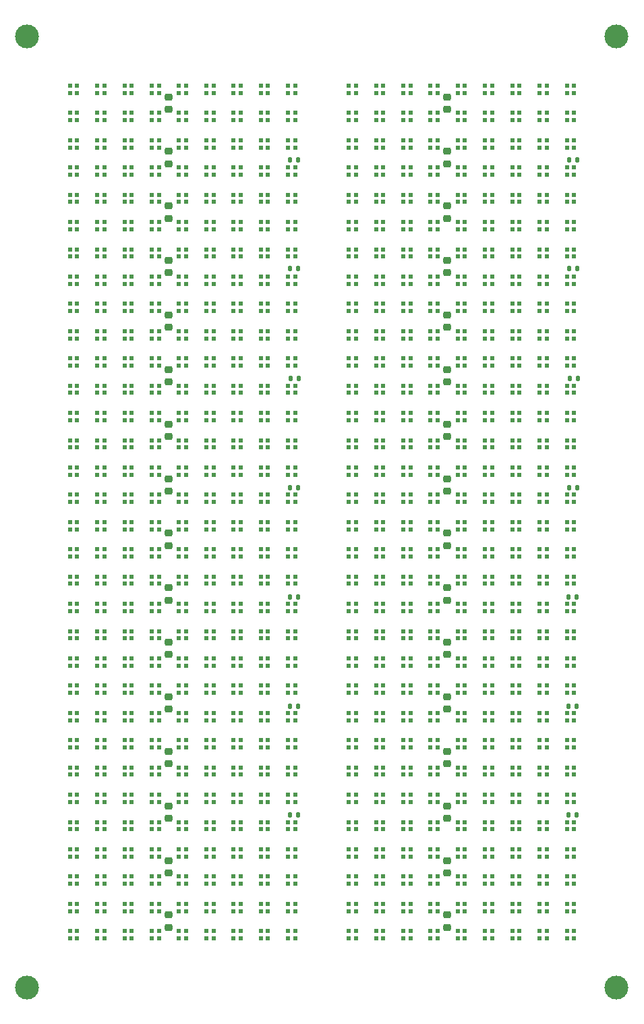
<source format=gtp>
G04 #@! TF.GenerationSoftware,KiCad,Pcbnew,7.0.8*
G04 #@! TF.CreationDate,2023-10-22T17:40:02-04:00*
G04 #@! TF.ProjectId,RGB-Panel,5247422d-5061-46e6-956c-2e6b69636164,V2.6*
G04 #@! TF.SameCoordinates,Original*
G04 #@! TF.FileFunction,Paste,Top*
G04 #@! TF.FilePolarity,Positive*
%FSLAX46Y46*%
G04 Gerber Fmt 4.6, Leading zero omitted, Abs format (unit mm)*
G04 Created by KiCad (PCBNEW 7.0.8) date 2023-10-22 17:40:02*
%MOMM*%
%LPD*%
G01*
G04 APERTURE LIST*
G04 Aperture macros list*
%AMRoundRect*
0 Rectangle with rounded corners*
0 $1 Rounding radius*
0 $2 $3 $4 $5 $6 $7 $8 $9 X,Y pos of 4 corners*
0 Add a 4 corners polygon primitive as box body*
4,1,4,$2,$3,$4,$5,$6,$7,$8,$9,$2,$3,0*
0 Add four circle primitives for the rounded corners*
1,1,$1+$1,$2,$3*
1,1,$1+$1,$4,$5*
1,1,$1+$1,$6,$7*
1,1,$1+$1,$8,$9*
0 Add four rect primitives between the rounded corners*
20,1,$1+$1,$2,$3,$4,$5,0*
20,1,$1+$1,$4,$5,$6,$7,0*
20,1,$1+$1,$6,$7,$8,$9,0*
20,1,$1+$1,$8,$9,$2,$3,0*%
G04 Aperture macros list end*
%ADD10R,0.500000X0.500000*%
%ADD11RoundRect,0.225000X-0.250000X0.225000X-0.250000X-0.225000X0.250000X-0.225000X0.250000X0.225000X0*%
%ADD12C,3.000000*%
%ADD13RoundRect,0.135000X-0.135000X-0.185000X0.135000X-0.185000X0.135000X0.185000X-0.135000X0.185000X0*%
G04 APERTURE END LIST*
D10*
X126373006Y-74592000D03*
X126373006Y-73692000D03*
X125473006Y-73692000D03*
X125473006Y-74592000D03*
X122950006Y-88284000D03*
X122950006Y-87384000D03*
X122050006Y-87384000D03*
X122050006Y-88284000D03*
X91373006Y-122514000D03*
X91373006Y-121614000D03*
X90473006Y-121614000D03*
X90473006Y-122514000D03*
X87950006Y-132783000D03*
X87950006Y-131883000D03*
X87050006Y-131883000D03*
X87050006Y-132783000D03*
D11*
X85717899Y-37438892D03*
X85717899Y-38988892D03*
D12*
X67999997Y-23000000D03*
D10*
X116104006Y-125937000D03*
X116104006Y-125037000D03*
X115204006Y-125037000D03*
X115204006Y-125937000D03*
X91373006Y-84861000D03*
X91373006Y-83961000D03*
X90473006Y-83961000D03*
X90473006Y-84861000D03*
X87950006Y-50631000D03*
X87950006Y-49731000D03*
X87050006Y-49731000D03*
X87050006Y-50631000D03*
X81104006Y-81438000D03*
X81104006Y-80538000D03*
X80204006Y-80538000D03*
X80204006Y-81438000D03*
X112681006Y-84861000D03*
X112681006Y-83961000D03*
X111781006Y-83961000D03*
X111781006Y-84861000D03*
X77681006Y-50631000D03*
X77681006Y-49731000D03*
X76781006Y-49731000D03*
X76781006Y-50631000D03*
X77681006Y-105399000D03*
X77681006Y-104499000D03*
X76781006Y-104499000D03*
X76781006Y-105399000D03*
X91373006Y-101976000D03*
X91373006Y-101076000D03*
X90473006Y-101076000D03*
X90473006Y-101976000D03*
X133219006Y-136206000D03*
X133219006Y-135306000D03*
X132319006Y-135306000D03*
X132319006Y-136206000D03*
X91373006Y-50631000D03*
X91373006Y-49731000D03*
X90473006Y-49731000D03*
X90473006Y-50631000D03*
X101642006Y-119091000D03*
X101642006Y-118191000D03*
X100742006Y-118191000D03*
X100742006Y-119091000D03*
X116104006Y-36939000D03*
X116104006Y-36039000D03*
X115204006Y-36039000D03*
X115204006Y-36939000D03*
X116104006Y-40362000D03*
X116104006Y-39462000D03*
X115204006Y-39462000D03*
X115204006Y-40362000D03*
X98219006Y-78015000D03*
X98219006Y-77115000D03*
X97319006Y-77115000D03*
X97319006Y-78015000D03*
X129796006Y-101976000D03*
X129796006Y-101076000D03*
X128896006Y-101076000D03*
X128896006Y-101976000D03*
D11*
X85717899Y-112744892D03*
X85717899Y-114294892D03*
D10*
X94796006Y-84861000D03*
X94796006Y-83961000D03*
X93896006Y-83961000D03*
X93896006Y-84861000D03*
X133219006Y-129360000D03*
X133219006Y-128460000D03*
X132319006Y-128460000D03*
X132319006Y-129360000D03*
X91373006Y-125937000D03*
X91373006Y-125037000D03*
X90473006Y-125037000D03*
X90473006Y-125937000D03*
X74258006Y-43785000D03*
X74258006Y-42885000D03*
X73358006Y-42885000D03*
X73358006Y-43785000D03*
X94796006Y-36939000D03*
X94796006Y-36039000D03*
X93896006Y-36039000D03*
X93896006Y-36939000D03*
X74258006Y-119091000D03*
X74258006Y-118191000D03*
X73358006Y-118191000D03*
X73358006Y-119091000D03*
X74258006Y-101976000D03*
X74258006Y-101076000D03*
X73358006Y-101076000D03*
X73358006Y-101976000D03*
X126373006Y-112245000D03*
X126373006Y-111345000D03*
X125473006Y-111345000D03*
X125473006Y-112245000D03*
X119527006Y-129360000D03*
X119527006Y-128460000D03*
X118627006Y-128460000D03*
X118627006Y-129360000D03*
X122950006Y-122514000D03*
X122950006Y-121614000D03*
X122050006Y-121614000D03*
X122050006Y-122514000D03*
X77681006Y-91707000D03*
X77681006Y-90807000D03*
X76781006Y-90807000D03*
X76781006Y-91707000D03*
X126373006Y-95130000D03*
X126373006Y-94230000D03*
X125473006Y-94230000D03*
X125473006Y-95130000D03*
X84527006Y-40362000D03*
X84527006Y-39462000D03*
X83627006Y-39462000D03*
X83627006Y-40362000D03*
D11*
X85717899Y-126436892D03*
X85717899Y-127986892D03*
D10*
X136642006Y-125937000D03*
X136642006Y-125037000D03*
X135742006Y-125037000D03*
X135742006Y-125937000D03*
X91373006Y-30093000D03*
X91373006Y-29193000D03*
X90473006Y-29193000D03*
X90473006Y-30093000D03*
X129796006Y-95130000D03*
X129796006Y-94230000D03*
X128896006Y-94230000D03*
X128896006Y-95130000D03*
X136642006Y-132783000D03*
X136642006Y-131883000D03*
X135742006Y-131883000D03*
X135742006Y-132783000D03*
X81104006Y-78015000D03*
X81104006Y-77115000D03*
X80204006Y-77115000D03*
X80204006Y-78015000D03*
X91373006Y-57477000D03*
X91373006Y-56577000D03*
X90473006Y-56577000D03*
X90473006Y-57477000D03*
X133219006Y-50631000D03*
X133219006Y-49731000D03*
X132319006Y-49731000D03*
X132319006Y-50631000D03*
X98219006Y-91707000D03*
X98219006Y-90807000D03*
X97319006Y-90807000D03*
X97319006Y-91707000D03*
X122950006Y-71169000D03*
X122950006Y-70269000D03*
X122050006Y-70269000D03*
X122050006Y-71169000D03*
X122950006Y-115668000D03*
X122950006Y-114768000D03*
X122050006Y-114768000D03*
X122050006Y-115668000D03*
X87950006Y-81438000D03*
X87950006Y-80538000D03*
X87050006Y-80538000D03*
X87050006Y-81438000D03*
X126373006Y-67746000D03*
X126373006Y-66846000D03*
X125473006Y-66846000D03*
X125473006Y-67746000D03*
X74258006Y-88284000D03*
X74258006Y-87384000D03*
X73358006Y-87384000D03*
X73358006Y-88284000D03*
X91373006Y-112245000D03*
X91373006Y-111345000D03*
X90473006Y-111345000D03*
X90473006Y-112245000D03*
X129796006Y-67746000D03*
X129796006Y-66846000D03*
X128896006Y-66846000D03*
X128896006Y-67746000D03*
X74258006Y-47208000D03*
X74258006Y-46308000D03*
X73358006Y-46308000D03*
X73358006Y-47208000D03*
X109258006Y-30093000D03*
X109258006Y-29193000D03*
X108358006Y-29193000D03*
X108358006Y-30093000D03*
X129796006Y-122514000D03*
X129796006Y-121614000D03*
X128896006Y-121614000D03*
X128896006Y-122514000D03*
X112681006Y-81438000D03*
X112681006Y-80538000D03*
X111781006Y-80538000D03*
X111781006Y-81438000D03*
X116104006Y-57477000D03*
X116104006Y-56577000D03*
X115204006Y-56577000D03*
X115204006Y-57477000D03*
X126373006Y-122514000D03*
X126373006Y-121614000D03*
X125473006Y-121614000D03*
X125473006Y-122514000D03*
X119527006Y-84861000D03*
X119527006Y-83961000D03*
X118627006Y-83961000D03*
X118627006Y-84861000D03*
X136642006Y-84861000D03*
X136642006Y-83961000D03*
X135742006Y-83961000D03*
X135742006Y-84861000D03*
X119527006Y-115668000D03*
X119527006Y-114768000D03*
X118627006Y-114768000D03*
X118627006Y-115668000D03*
X84527006Y-95130000D03*
X84527006Y-94230000D03*
X83627006Y-94230000D03*
X83627006Y-95130000D03*
X98219006Y-40362000D03*
X98219006Y-39462000D03*
X97319006Y-39462000D03*
X97319006Y-40362000D03*
D11*
X120717899Y-92206892D03*
X120717899Y-93756892D03*
X85717899Y-71668892D03*
X85717899Y-73218892D03*
D10*
X112681006Y-74592000D03*
X112681006Y-73692000D03*
X111781006Y-73692000D03*
X111781006Y-74592000D03*
X133219006Y-78015000D03*
X133219006Y-77115000D03*
X132319006Y-77115000D03*
X132319006Y-78015000D03*
X122950006Y-95130000D03*
X122950006Y-94230000D03*
X122050006Y-94230000D03*
X122050006Y-95130000D03*
X119527006Y-136206000D03*
X119527006Y-135306000D03*
X118627006Y-135306000D03*
X118627006Y-136206000D03*
D11*
X85717899Y-57976892D03*
X85717899Y-59526892D03*
D10*
X112681006Y-36939000D03*
X112681006Y-36039000D03*
X111781006Y-36039000D03*
X111781006Y-36939000D03*
X98219006Y-33516000D03*
X98219006Y-32616000D03*
X97319006Y-32616000D03*
X97319006Y-33516000D03*
X98219006Y-112245000D03*
X98219006Y-111345000D03*
X97319006Y-111345000D03*
X97319006Y-112245000D03*
X116104006Y-112245000D03*
X116104006Y-111345000D03*
X115204006Y-111345000D03*
X115204006Y-112245000D03*
X94796006Y-129360000D03*
X94796006Y-128460000D03*
X93896006Y-128460000D03*
X93896006Y-129360000D03*
X119527006Y-67746000D03*
X119527006Y-66846000D03*
X118627006Y-66846000D03*
X118627006Y-67746000D03*
X94796006Y-98553000D03*
X94796006Y-97653000D03*
X93896006Y-97653000D03*
X93896006Y-98553000D03*
D11*
X85717899Y-44284892D03*
X85717899Y-45834892D03*
D10*
X94796006Y-67746000D03*
X94796006Y-66846000D03*
X93896006Y-66846000D03*
X93896006Y-67746000D03*
X122950006Y-30093000D03*
X122950006Y-29193000D03*
X122050006Y-29193000D03*
X122050006Y-30093000D03*
X116104006Y-136206000D03*
X116104006Y-135306000D03*
X115204006Y-135306000D03*
X115204006Y-136206000D03*
X136642006Y-64323000D03*
X136642006Y-63423000D03*
X135742006Y-63423000D03*
X135742006Y-64323000D03*
X94796006Y-108822000D03*
X94796006Y-107922000D03*
X93896006Y-107922000D03*
X93896006Y-108822000D03*
X136642006Y-88284000D03*
X136642006Y-87384000D03*
X135742006Y-87384000D03*
X135742006Y-88284000D03*
D11*
X120717899Y-78514892D03*
X120717899Y-80064892D03*
D10*
X91373006Y-60900000D03*
X91373006Y-60000000D03*
X90473006Y-60000000D03*
X90473006Y-60900000D03*
X129796006Y-74592000D03*
X129796006Y-73692000D03*
X128896006Y-73692000D03*
X128896006Y-74592000D03*
X94796006Y-30093000D03*
X94796006Y-29193000D03*
X93896006Y-29193000D03*
X93896006Y-30093000D03*
X133219006Y-101976000D03*
X133219006Y-101076000D03*
X132319006Y-101076000D03*
X132319006Y-101976000D03*
D11*
X120717899Y-105898892D03*
X120717899Y-107448892D03*
D10*
X133219006Y-95130000D03*
X133219006Y-94230000D03*
X132319006Y-94230000D03*
X132319006Y-95130000D03*
X133219006Y-57477000D03*
X133219006Y-56577000D03*
X132319006Y-56577000D03*
X132319006Y-57477000D03*
X109258006Y-84861000D03*
X109258006Y-83961000D03*
X108358006Y-83961000D03*
X108358006Y-84861000D03*
X112681006Y-95130000D03*
X112681006Y-94230000D03*
X111781006Y-94230000D03*
X111781006Y-95130000D03*
X74258006Y-78015000D03*
X74258006Y-77115000D03*
X73358006Y-77115000D03*
X73358006Y-78015000D03*
X77681006Y-129360000D03*
X77681006Y-128460000D03*
X76781006Y-128460000D03*
X76781006Y-129360000D03*
X133219006Y-36939000D03*
X133219006Y-36039000D03*
X132319006Y-36039000D03*
X132319006Y-36939000D03*
X119527006Y-95130000D03*
X119527006Y-94230000D03*
X118627006Y-94230000D03*
X118627006Y-95130000D03*
X136642006Y-60900000D03*
X136642006Y-60000000D03*
X135742006Y-60000000D03*
X135742006Y-60900000D03*
X116104006Y-60900000D03*
X116104006Y-60000000D03*
X115204006Y-60000000D03*
X115204006Y-60900000D03*
X87950006Y-54054000D03*
X87950006Y-53154000D03*
X87050006Y-53154000D03*
X87050006Y-54054000D03*
X98219006Y-88284000D03*
X98219006Y-87384000D03*
X97319006Y-87384000D03*
X97319006Y-88284000D03*
X116104006Y-115668000D03*
X116104006Y-114768000D03*
X115204006Y-114768000D03*
X115204006Y-115668000D03*
X94796006Y-88284000D03*
X94796006Y-87384000D03*
X93896006Y-87384000D03*
X93896006Y-88284000D03*
X74258006Y-108822000D03*
X74258006Y-107922000D03*
X73358006Y-107922000D03*
X73358006Y-108822000D03*
X122950006Y-84861000D03*
X122950006Y-83961000D03*
X122050006Y-83961000D03*
X122050006Y-84861000D03*
X98219006Y-84861000D03*
X98219006Y-83961000D03*
X97319006Y-83961000D03*
X97319006Y-84861000D03*
X129796006Y-119091000D03*
X129796006Y-118191000D03*
X128896006Y-118191000D03*
X128896006Y-119091000D03*
D11*
X120717899Y-64822892D03*
X120717899Y-66372892D03*
D10*
X116104006Y-91707000D03*
X116104006Y-90807000D03*
X115204006Y-90807000D03*
X115204006Y-91707000D03*
X109258006Y-67746000D03*
X109258006Y-66846000D03*
X108358006Y-66846000D03*
X108358006Y-67746000D03*
X91373006Y-108822000D03*
X91373006Y-107922000D03*
X90473006Y-107922000D03*
X90473006Y-108822000D03*
X112681006Y-98553000D03*
X112681006Y-97653000D03*
X111781006Y-97653000D03*
X111781006Y-98553000D03*
X133219006Y-119091000D03*
X133219006Y-118191000D03*
X132319006Y-118191000D03*
X132319006Y-119091000D03*
X84527006Y-36939000D03*
X84527006Y-36039000D03*
X83627006Y-36039000D03*
X83627006Y-36939000D03*
X77681006Y-119091000D03*
X77681006Y-118191000D03*
X76781006Y-118191000D03*
X76781006Y-119091000D03*
X77681006Y-54054000D03*
X77681006Y-53154000D03*
X76781006Y-53154000D03*
X76781006Y-54054000D03*
X119527006Y-71169000D03*
X119527006Y-70269000D03*
X118627006Y-70269000D03*
X118627006Y-71169000D03*
D11*
X120717899Y-71668892D03*
X120717899Y-73218892D03*
D10*
X81104006Y-125937000D03*
X81104006Y-125037000D03*
X80204006Y-125037000D03*
X80204006Y-125937000D03*
X112681006Y-88284000D03*
X112681006Y-87384000D03*
X111781006Y-87384000D03*
X111781006Y-88284000D03*
X116104006Y-132783000D03*
X116104006Y-131883000D03*
X115204006Y-131883000D03*
X115204006Y-132783000D03*
X81104006Y-43785000D03*
X81104006Y-42885000D03*
X80204006Y-42885000D03*
X80204006Y-43785000D03*
X109258006Y-115668000D03*
X109258006Y-114768000D03*
X108358006Y-114768000D03*
X108358006Y-115668000D03*
X101642006Y-125937000D03*
X101642006Y-125037000D03*
X100742006Y-125037000D03*
X100742006Y-125937000D03*
X87950006Y-84861000D03*
X87950006Y-83961000D03*
X87050006Y-83961000D03*
X87050006Y-84861000D03*
X119527006Y-57477000D03*
X119527006Y-56577000D03*
X118627006Y-56577000D03*
X118627006Y-57477000D03*
X112681006Y-60900000D03*
X112681006Y-60000000D03*
X111781006Y-60000000D03*
X111781006Y-60900000D03*
X84527006Y-30093000D03*
X84527006Y-29193000D03*
X83627006Y-29193000D03*
X83627006Y-30093000D03*
X129796006Y-125937000D03*
X129796006Y-125037000D03*
X128896006Y-125037000D03*
X128896006Y-125937000D03*
X84527006Y-132783000D03*
X84527006Y-131883000D03*
X83627006Y-131883000D03*
X83627006Y-132783000D03*
X116104006Y-95130000D03*
X116104006Y-94230000D03*
X115204006Y-94230000D03*
X115204006Y-95130000D03*
X112681006Y-105399000D03*
X112681006Y-104499000D03*
X111781006Y-104499000D03*
X111781006Y-105399000D03*
X84527006Y-64323000D03*
X84527006Y-63423000D03*
X83627006Y-63423000D03*
X83627006Y-64323000D03*
X101642006Y-36939000D03*
X101642006Y-36039000D03*
X100742006Y-36039000D03*
X100742006Y-36939000D03*
X136642006Y-101976000D03*
X136642006Y-101076000D03*
X135742006Y-101076000D03*
X135742006Y-101976000D03*
X126373006Y-64323000D03*
X126373006Y-63423000D03*
X125473006Y-63423000D03*
X125473006Y-64323000D03*
X112681006Y-78015000D03*
X112681006Y-77115000D03*
X111781006Y-77115000D03*
X111781006Y-78015000D03*
X112681006Y-136206000D03*
X112681006Y-135306000D03*
X111781006Y-135306000D03*
X111781006Y-136206000D03*
X91373006Y-95130000D03*
X91373006Y-94230000D03*
X90473006Y-94230000D03*
X90473006Y-95130000D03*
X129796006Y-43785000D03*
X129796006Y-42885000D03*
X128896006Y-42885000D03*
X128896006Y-43785000D03*
X98219006Y-95130000D03*
X98219006Y-94230000D03*
X97319006Y-94230000D03*
X97319006Y-95130000D03*
X87950006Y-57477000D03*
X87950006Y-56577000D03*
X87050006Y-56577000D03*
X87050006Y-57477000D03*
X94796006Y-74592000D03*
X94796006Y-73692000D03*
X93896006Y-73692000D03*
X93896006Y-74592000D03*
X129796006Y-54054000D03*
X129796006Y-53154000D03*
X128896006Y-53154000D03*
X128896006Y-54054000D03*
X77681006Y-101976000D03*
X77681006Y-101076000D03*
X76781006Y-101076000D03*
X76781006Y-101976000D03*
X81104006Y-60900000D03*
X81104006Y-60000000D03*
X80204006Y-60000000D03*
X80204006Y-60900000D03*
X81104006Y-108822000D03*
X81104006Y-107922000D03*
X80204006Y-107922000D03*
X80204006Y-108822000D03*
X94796006Y-91707000D03*
X94796006Y-90807000D03*
X93896006Y-90807000D03*
X93896006Y-91707000D03*
D11*
X120717899Y-126436892D03*
X120717899Y-127986892D03*
X120717899Y-44284892D03*
X120717899Y-45834892D03*
D10*
X77681006Y-122514000D03*
X77681006Y-121614000D03*
X76781006Y-121614000D03*
X76781006Y-122514000D03*
X122950006Y-132783000D03*
X122950006Y-131883000D03*
X122050006Y-131883000D03*
X122050006Y-132783000D03*
X119527006Y-88284000D03*
X119527006Y-87384000D03*
X118627006Y-87384000D03*
X118627006Y-88284000D03*
X136642006Y-105399000D03*
X136642006Y-104499000D03*
X135742006Y-104499000D03*
X135742006Y-105399000D03*
X116104006Y-105399000D03*
X116104006Y-104499000D03*
X115204006Y-104499000D03*
X115204006Y-105399000D03*
X91373006Y-71169000D03*
X91373006Y-70269000D03*
X90473006Y-70269000D03*
X90473006Y-71169000D03*
X98219006Y-132783000D03*
X98219006Y-131883000D03*
X97319006Y-131883000D03*
X97319006Y-132783000D03*
X74258006Y-60900000D03*
X74258006Y-60000000D03*
X73358006Y-60000000D03*
X73358006Y-60900000D03*
X116104006Y-74592000D03*
X116104006Y-73692000D03*
X115204006Y-73692000D03*
X115204006Y-74592000D03*
X109258006Y-136206000D03*
X109258006Y-135306000D03*
X108358006Y-135306000D03*
X108358006Y-136206000D03*
X122950006Y-47208000D03*
X122950006Y-46308000D03*
X122050006Y-46308000D03*
X122050006Y-47208000D03*
X91373006Y-136206000D03*
X91373006Y-135306000D03*
X90473006Y-135306000D03*
X90473006Y-136206000D03*
X136642006Y-50631000D03*
X136642006Y-49731000D03*
X135742006Y-49731000D03*
X135742006Y-50631000D03*
X122950006Y-91707000D03*
X122950006Y-90807000D03*
X122050006Y-90807000D03*
X122050006Y-91707000D03*
X136642006Y-30093000D03*
X136642006Y-29193000D03*
X135742006Y-29193000D03*
X135742006Y-30093000D03*
X109258006Y-88284000D03*
X109258006Y-87384000D03*
X108358006Y-87384000D03*
X108358006Y-88284000D03*
X122950006Y-57477000D03*
X122950006Y-56577000D03*
X122050006Y-56577000D03*
X122050006Y-57477000D03*
X84527006Y-88284000D03*
X84527006Y-87384000D03*
X83627006Y-87384000D03*
X83627006Y-88284000D03*
X91373006Y-36939000D03*
X91373006Y-36039000D03*
X90473006Y-36039000D03*
X90473006Y-36939000D03*
X84527006Y-108822000D03*
X84527006Y-107922000D03*
X83627006Y-107922000D03*
X83627006Y-108822000D03*
X101642006Y-88284000D03*
X101642006Y-87384000D03*
X100742006Y-87384000D03*
X100742006Y-88284000D03*
X84527006Y-122514000D03*
X84527006Y-121614000D03*
X83627006Y-121614000D03*
X83627006Y-122514000D03*
X119527006Y-132783000D03*
X119527006Y-131883000D03*
X118627006Y-131883000D03*
X118627006Y-132783000D03*
X112681006Y-91707000D03*
X112681006Y-90807000D03*
X111781006Y-90807000D03*
X111781006Y-91707000D03*
X77681006Y-78015000D03*
X77681006Y-77115000D03*
X76781006Y-77115000D03*
X76781006Y-78015000D03*
D13*
X100992899Y-79642392D03*
X102012899Y-79642392D03*
D10*
X133219006Y-40362000D03*
X133219006Y-39462000D03*
X132319006Y-39462000D03*
X132319006Y-40362000D03*
X84527006Y-54054000D03*
X84527006Y-53154000D03*
X83627006Y-53154000D03*
X83627006Y-54054000D03*
X133219006Y-112245000D03*
X133219006Y-111345000D03*
X132319006Y-111345000D03*
X132319006Y-112245000D03*
X116104006Y-101976000D03*
X116104006Y-101076000D03*
X115204006Y-101076000D03*
X115204006Y-101976000D03*
X122950006Y-108822000D03*
X122950006Y-107922000D03*
X122050006Y-107922000D03*
X122050006Y-108822000D03*
X84527006Y-91707000D03*
X84527006Y-90807000D03*
X83627006Y-90807000D03*
X83627006Y-91707000D03*
X126373006Y-108822000D03*
X126373006Y-107922000D03*
X125473006Y-107922000D03*
X125473006Y-108822000D03*
X87950006Y-112245000D03*
X87950006Y-111345000D03*
X87050006Y-111345000D03*
X87050006Y-112245000D03*
X122950006Y-78015000D03*
X122950006Y-77115000D03*
X122050006Y-77115000D03*
X122050006Y-78015000D03*
X77681006Y-40362000D03*
X77681006Y-39462000D03*
X76781006Y-39462000D03*
X76781006Y-40362000D03*
X109258006Y-119091000D03*
X109258006Y-118191000D03*
X108358006Y-118191000D03*
X108358006Y-119091000D03*
X81104006Y-74592000D03*
X81104006Y-73692000D03*
X80204006Y-73692000D03*
X80204006Y-74592000D03*
X112681006Y-30093000D03*
X112681006Y-29193000D03*
X111781006Y-29193000D03*
X111781006Y-30093000D03*
X101642006Y-122514000D03*
X101642006Y-121614000D03*
X100742006Y-121614000D03*
X100742006Y-122514000D03*
D13*
X101000006Y-38543000D03*
X102020006Y-38543000D03*
D10*
X77681006Y-33516000D03*
X77681006Y-32616000D03*
X76781006Y-32616000D03*
X76781006Y-33516000D03*
X77681006Y-71169000D03*
X77681006Y-70269000D03*
X76781006Y-70269000D03*
X76781006Y-71169000D03*
X74258006Y-132783000D03*
X74258006Y-131883000D03*
X73358006Y-131883000D03*
X73358006Y-132783000D03*
X126373006Y-71169000D03*
X126373006Y-70269000D03*
X125473006Y-70269000D03*
X125473006Y-71169000D03*
X112681006Y-122514000D03*
X112681006Y-121614000D03*
X111781006Y-121614000D03*
X111781006Y-122514000D03*
X126373006Y-33516000D03*
X126373006Y-32616000D03*
X125473006Y-32616000D03*
X125473006Y-33516000D03*
X77681006Y-108822000D03*
X77681006Y-107922000D03*
X76781006Y-107922000D03*
X76781006Y-108822000D03*
X116104006Y-119091000D03*
X116104006Y-118191000D03*
X115204006Y-118191000D03*
X115204006Y-119091000D03*
X119527006Y-33516000D03*
X119527006Y-32616000D03*
X118627006Y-32616000D03*
X118627006Y-33516000D03*
X84527006Y-81438000D03*
X84527006Y-80538000D03*
X83627006Y-80538000D03*
X83627006Y-81438000D03*
X122950006Y-112245000D03*
X122950006Y-111345000D03*
X122050006Y-111345000D03*
X122050006Y-112245000D03*
X101642006Y-112245000D03*
X101642006Y-111345000D03*
X100742006Y-111345000D03*
X100742006Y-112245000D03*
X129796006Y-71169000D03*
X129796006Y-70269000D03*
X128896006Y-70269000D03*
X128896006Y-71169000D03*
X112681006Y-50631000D03*
X112681006Y-49731000D03*
X111781006Y-49731000D03*
X111781006Y-50631000D03*
X101642006Y-74592000D03*
X101642006Y-73692000D03*
X100742006Y-73692000D03*
X100742006Y-74592000D03*
X94796006Y-50631000D03*
X94796006Y-49731000D03*
X93896006Y-49731000D03*
X93896006Y-50631000D03*
X77681006Y-67746000D03*
X77681006Y-66846000D03*
X76781006Y-66846000D03*
X76781006Y-67746000D03*
X126373006Y-88284000D03*
X126373006Y-87384000D03*
X125473006Y-87384000D03*
X125473006Y-88284000D03*
X101642006Y-91707000D03*
X101642006Y-90807000D03*
X100742006Y-90807000D03*
X100742006Y-91707000D03*
X77681006Y-84861000D03*
X77681006Y-83961000D03*
X76781006Y-83961000D03*
X76781006Y-84861000D03*
X119527006Y-91707000D03*
X119527006Y-90807000D03*
X118627006Y-90807000D03*
X118627006Y-91707000D03*
X109258006Y-98553000D03*
X109258006Y-97653000D03*
X108358006Y-97653000D03*
X108358006Y-98553000D03*
X116104006Y-122514000D03*
X116104006Y-121614000D03*
X115204006Y-121614000D03*
X115204006Y-122514000D03*
X84527006Y-60900000D03*
X84527006Y-60000000D03*
X83627006Y-60000000D03*
X83627006Y-60900000D03*
X87950006Y-78015000D03*
X87950006Y-77115000D03*
X87050006Y-77115000D03*
X87050006Y-78015000D03*
X87950006Y-88284000D03*
X87950006Y-87384000D03*
X87050006Y-87384000D03*
X87050006Y-88284000D03*
X122950006Y-60900000D03*
X122950006Y-60000000D03*
X122050006Y-60000000D03*
X122050006Y-60900000D03*
X74258006Y-50631000D03*
X74258006Y-49731000D03*
X73358006Y-49731000D03*
X73358006Y-50631000D03*
X112681006Y-64323000D03*
X112681006Y-63423000D03*
X111781006Y-63423000D03*
X111781006Y-64323000D03*
X109258006Y-122514000D03*
X109258006Y-121614000D03*
X108358006Y-121614000D03*
X108358006Y-122514000D03*
X81104006Y-71169000D03*
X81104006Y-70269000D03*
X80204006Y-70269000D03*
X80204006Y-71169000D03*
X81104006Y-30093000D03*
X81104006Y-29193000D03*
X80204006Y-29193000D03*
X80204006Y-30093000D03*
X87950006Y-30093000D03*
X87950006Y-29193000D03*
X87050006Y-29193000D03*
X87050006Y-30093000D03*
X87950006Y-136206000D03*
X87950006Y-135306000D03*
X87050006Y-135306000D03*
X87050006Y-136206000D03*
D11*
X120717899Y-133282892D03*
X120717899Y-134832892D03*
D10*
X91373006Y-54054000D03*
X91373006Y-53154000D03*
X90473006Y-53154000D03*
X90473006Y-54054000D03*
X74258006Y-129360000D03*
X74258006Y-128460000D03*
X73358006Y-128460000D03*
X73358006Y-129360000D03*
X77681006Y-36939000D03*
X77681006Y-36039000D03*
X76781006Y-36039000D03*
X76781006Y-36939000D03*
X87950006Y-40362000D03*
X87950006Y-39462000D03*
X87050006Y-39462000D03*
X87050006Y-40362000D03*
X119527006Y-40362000D03*
X119527006Y-39462000D03*
X118627006Y-39462000D03*
X118627006Y-40362000D03*
X87950006Y-67746000D03*
X87950006Y-66846000D03*
X87050006Y-66846000D03*
X87050006Y-67746000D03*
X87950006Y-71169000D03*
X87950006Y-70269000D03*
X87050006Y-70269000D03*
X87050006Y-71169000D03*
X101642006Y-67746000D03*
X101642006Y-66846000D03*
X100742006Y-66846000D03*
X100742006Y-67746000D03*
X136642006Y-54054000D03*
X136642006Y-53154000D03*
X135742006Y-53154000D03*
X135742006Y-54054000D03*
X122950006Y-105399000D03*
X122950006Y-104499000D03*
X122050006Y-104499000D03*
X122050006Y-105399000D03*
X84527006Y-78015000D03*
X84527006Y-77115000D03*
X83627006Y-77115000D03*
X83627006Y-78015000D03*
X129796006Y-50631000D03*
X129796006Y-49731000D03*
X128896006Y-49731000D03*
X128896006Y-50631000D03*
D13*
X136092898Y-65942392D03*
X137112898Y-65942392D03*
D10*
X94796006Y-78015000D03*
X94796006Y-77115000D03*
X93896006Y-77115000D03*
X93896006Y-78015000D03*
X133219006Y-84861000D03*
X133219006Y-83961000D03*
X132319006Y-83961000D03*
X132319006Y-84861000D03*
D11*
X85717899Y-105898892D03*
X85717899Y-107448892D03*
D10*
X87950006Y-122514000D03*
X87950006Y-121614000D03*
X87050006Y-121614000D03*
X87050006Y-122514000D03*
X109258006Y-105399000D03*
X109258006Y-104499000D03*
X108358006Y-104499000D03*
X108358006Y-105399000D03*
X94796006Y-33516000D03*
X94796006Y-32616000D03*
X93896006Y-32616000D03*
X93896006Y-33516000D03*
X77681006Y-136206000D03*
X77681006Y-135306000D03*
X76781006Y-135306000D03*
X76781006Y-136206000D03*
X133219006Y-74592000D03*
X133219006Y-73692000D03*
X132319006Y-73692000D03*
X132319006Y-74592000D03*
X101642006Y-84861000D03*
X101642006Y-83961000D03*
X100742006Y-83961000D03*
X100742006Y-84861000D03*
X133219006Y-71169000D03*
X133219006Y-70269000D03*
X132319006Y-70269000D03*
X132319006Y-71169000D03*
X94796006Y-71169000D03*
X94796006Y-70269000D03*
X93896006Y-70269000D03*
X93896006Y-71169000D03*
X94796006Y-136206000D03*
X94796006Y-135306000D03*
X93896006Y-135306000D03*
X93896006Y-136206000D03*
D13*
X135972899Y-107043392D03*
X136992899Y-107043392D03*
D10*
X98219006Y-60900000D03*
X98219006Y-60000000D03*
X97319006Y-60000000D03*
X97319006Y-60900000D03*
X116104006Y-47208000D03*
X116104006Y-46308000D03*
X115204006Y-46308000D03*
X115204006Y-47208000D03*
X122950006Y-81438000D03*
X122950006Y-80538000D03*
X122050006Y-80538000D03*
X122050006Y-81438000D03*
X119527006Y-47208000D03*
X119527006Y-46308000D03*
X118627006Y-46308000D03*
X118627006Y-47208000D03*
X122950006Y-129360000D03*
X122950006Y-128460000D03*
X122050006Y-128460000D03*
X122050006Y-129360000D03*
X94796006Y-122514000D03*
X94796006Y-121614000D03*
X93896006Y-121614000D03*
X93896006Y-122514000D03*
X101642006Y-105399000D03*
X101642006Y-104499000D03*
X100742006Y-104499000D03*
X100742006Y-105399000D03*
X122950006Y-98553000D03*
X122950006Y-97653000D03*
X122050006Y-97653000D03*
X122050006Y-98553000D03*
X94796006Y-40362000D03*
X94796006Y-39462000D03*
X93896006Y-39462000D03*
X93896006Y-40362000D03*
X81104006Y-40362000D03*
X81104006Y-39462000D03*
X80204006Y-39462000D03*
X80204006Y-40362000D03*
X77681006Y-88284000D03*
X77681006Y-87384000D03*
X76781006Y-87384000D03*
X76781006Y-88284000D03*
X109258006Y-33516000D03*
X109258006Y-32616000D03*
X108358006Y-32616000D03*
X108358006Y-33516000D03*
X119527006Y-81438000D03*
X119527006Y-80538000D03*
X118627006Y-80538000D03*
X118627006Y-81438000D03*
X84527006Y-136206000D03*
X84527006Y-135306000D03*
X83627006Y-135306000D03*
X83627006Y-136206000D03*
X112681006Y-67746000D03*
X112681006Y-66846000D03*
X111781006Y-66846000D03*
X111781006Y-67746000D03*
X74258006Y-95130000D03*
X74258006Y-94230000D03*
X73358006Y-94230000D03*
X73358006Y-95130000D03*
X94796006Y-54054000D03*
X94796006Y-53154000D03*
X93896006Y-53154000D03*
X93896006Y-54054000D03*
X136642006Y-74592000D03*
X136642006Y-73692000D03*
X135742006Y-73692000D03*
X135742006Y-74592000D03*
X119527006Y-74592000D03*
X119527006Y-73692000D03*
X118627006Y-73692000D03*
X118627006Y-74592000D03*
X112681006Y-33516000D03*
X112681006Y-32616000D03*
X111781006Y-32616000D03*
X111781006Y-33516000D03*
X126373006Y-60900000D03*
X126373006Y-60000000D03*
X125473006Y-60000000D03*
X125473006Y-60900000D03*
X101642006Y-132783000D03*
X101642006Y-131883000D03*
X100742006Y-131883000D03*
X100742006Y-132783000D03*
X84527006Y-115668000D03*
X84527006Y-114768000D03*
X83627006Y-114768000D03*
X83627006Y-115668000D03*
X122950006Y-40362000D03*
X122950006Y-39462000D03*
X122050006Y-39462000D03*
X122050006Y-40362000D03*
D13*
X135972899Y-93343392D03*
X136992899Y-93343392D03*
D10*
X126373006Y-30093000D03*
X126373006Y-29193000D03*
X125473006Y-29193000D03*
X125473006Y-30093000D03*
X98219006Y-119091000D03*
X98219006Y-118191000D03*
X97319006Y-118191000D03*
X97319006Y-119091000D03*
X109258006Y-50631000D03*
X109258006Y-49731000D03*
X108358006Y-49731000D03*
X108358006Y-50631000D03*
X126373006Y-43785000D03*
X126373006Y-42885000D03*
X125473006Y-42885000D03*
X125473006Y-43785000D03*
X98219006Y-129360000D03*
X98219006Y-128460000D03*
X97319006Y-128460000D03*
X97319006Y-129360000D03*
X87950006Y-125937000D03*
X87950006Y-125037000D03*
X87050006Y-125037000D03*
X87050006Y-125937000D03*
X129796006Y-132783000D03*
X129796006Y-131883000D03*
X128896006Y-131883000D03*
X128896006Y-132783000D03*
X109258006Y-112245000D03*
X109258006Y-111345000D03*
X108358006Y-111345000D03*
X108358006Y-112245000D03*
X98219006Y-122514000D03*
X98219006Y-121614000D03*
X97319006Y-121614000D03*
X97319006Y-122514000D03*
X133219006Y-60900000D03*
X133219006Y-60000000D03*
X132319006Y-60000000D03*
X132319006Y-60900000D03*
X112681006Y-57477000D03*
X112681006Y-56577000D03*
X111781006Y-56577000D03*
X111781006Y-57477000D03*
X133219006Y-88284000D03*
X133219006Y-87384000D03*
X132319006Y-87384000D03*
X132319006Y-88284000D03*
X101642006Y-81438000D03*
X101642006Y-80538000D03*
X100742006Y-80538000D03*
X100742006Y-81438000D03*
X109258006Y-36939000D03*
X109258006Y-36039000D03*
X108358006Y-36039000D03*
X108358006Y-36939000D03*
X112681006Y-101976000D03*
X112681006Y-101076000D03*
X111781006Y-101076000D03*
X111781006Y-101976000D03*
X116104006Y-67746000D03*
X116104006Y-66846000D03*
X115204006Y-66846000D03*
X115204006Y-67746000D03*
X74258006Y-74592000D03*
X74258006Y-73692000D03*
X73358006Y-73692000D03*
X73358006Y-74592000D03*
X91373006Y-88284000D03*
X91373006Y-87384000D03*
X90473006Y-87384000D03*
X90473006Y-88284000D03*
D13*
X135992899Y-79642392D03*
X137012899Y-79642392D03*
D10*
X81104006Y-122514000D03*
X81104006Y-121614000D03*
X80204006Y-121614000D03*
X80204006Y-122514000D03*
D11*
X85717899Y-92206892D03*
X85717899Y-93756892D03*
D10*
X122950006Y-64323000D03*
X122950006Y-63423000D03*
X122050006Y-63423000D03*
X122050006Y-64323000D03*
X119527006Y-122514000D03*
X119527006Y-121614000D03*
X118627006Y-121614000D03*
X118627006Y-122514000D03*
X119527006Y-78015000D03*
X119527006Y-77115000D03*
X118627006Y-77115000D03*
X118627006Y-78015000D03*
D12*
X142000003Y-23000000D03*
D10*
X136642006Y-129360000D03*
X136642006Y-128460000D03*
X135742006Y-128460000D03*
X135742006Y-129360000D03*
X136642006Y-71169000D03*
X136642006Y-70269000D03*
X135742006Y-70269000D03*
X135742006Y-71169000D03*
D13*
X100972899Y-107043392D03*
X101992899Y-107043392D03*
D10*
X74258006Y-40362000D03*
X74258006Y-39462000D03*
X73358006Y-39462000D03*
X73358006Y-40362000D03*
X94796006Y-43785000D03*
X94796006Y-42885000D03*
X93896006Y-42885000D03*
X93896006Y-43785000D03*
X98219006Y-136206000D03*
X98219006Y-135306000D03*
X97319006Y-135306000D03*
X97319006Y-136206000D03*
X98219006Y-50631000D03*
X98219006Y-49731000D03*
X97319006Y-49731000D03*
X97319006Y-50631000D03*
X122950006Y-101976000D03*
X122950006Y-101076000D03*
X122050006Y-101076000D03*
X122050006Y-101976000D03*
X98219006Y-105399000D03*
X98219006Y-104499000D03*
X97319006Y-104499000D03*
X97319006Y-105399000D03*
D11*
X85717899Y-30592892D03*
X85717899Y-32142892D03*
D10*
X98219006Y-43785000D03*
X98219006Y-42885000D03*
X97319006Y-42885000D03*
X97319006Y-43785000D03*
X84527006Y-43785000D03*
X84527006Y-42885000D03*
X83627006Y-42885000D03*
X83627006Y-43785000D03*
X109258006Y-81438000D03*
X109258006Y-80538000D03*
X108358006Y-80538000D03*
X108358006Y-81438000D03*
X98219006Y-30093000D03*
X98219006Y-29193000D03*
X97319006Y-29193000D03*
X97319006Y-30093000D03*
X77681006Y-74592000D03*
X77681006Y-73692000D03*
X76781006Y-73692000D03*
X76781006Y-74592000D03*
X136642006Y-108822000D03*
X136642006Y-107922000D03*
X135742006Y-107922000D03*
X135742006Y-108822000D03*
X91373006Y-105399000D03*
X91373006Y-104499000D03*
X90473006Y-104499000D03*
X90473006Y-105399000D03*
X129796006Y-115668000D03*
X129796006Y-114768000D03*
X128896006Y-114768000D03*
X128896006Y-115668000D03*
X129796006Y-33516000D03*
X129796006Y-32616000D03*
X128896006Y-32616000D03*
X128896006Y-33516000D03*
X136642006Y-33516000D03*
X136642006Y-32616000D03*
X135742006Y-32616000D03*
X135742006Y-33516000D03*
X112681006Y-108822000D03*
X112681006Y-107922000D03*
X111781006Y-107922000D03*
X111781006Y-108822000D03*
X122950006Y-74592000D03*
X122950006Y-73692000D03*
X122050006Y-73692000D03*
X122050006Y-74592000D03*
X101642006Y-129360000D03*
X101642006Y-128460000D03*
X100742006Y-128460000D03*
X100742006Y-129360000D03*
X98219006Y-101976000D03*
X98219006Y-101076000D03*
X97319006Y-101076000D03*
X97319006Y-101976000D03*
X129796006Y-136206000D03*
X129796006Y-135306000D03*
X128896006Y-135306000D03*
X128896006Y-136206000D03*
X94796006Y-112245000D03*
X94796006Y-111345000D03*
X93896006Y-111345000D03*
X93896006Y-112245000D03*
X91373006Y-43785000D03*
X91373006Y-42885000D03*
X90473006Y-42885000D03*
X90473006Y-43785000D03*
X74258006Y-122514000D03*
X74258006Y-121614000D03*
X73358006Y-121614000D03*
X73358006Y-122514000D03*
X129796006Y-129360000D03*
X129796006Y-128460000D03*
X128896006Y-128460000D03*
X128896006Y-129360000D03*
D13*
X136000006Y-52149500D03*
X137020006Y-52149500D03*
D10*
X74258006Y-81438000D03*
X74258006Y-80538000D03*
X73358006Y-80538000D03*
X73358006Y-81438000D03*
X91373006Y-33516000D03*
X91373006Y-32616000D03*
X90473006Y-32616000D03*
X90473006Y-33516000D03*
X77681006Y-125937000D03*
X77681006Y-125037000D03*
X76781006Y-125037000D03*
X76781006Y-125937000D03*
X77681006Y-95130000D03*
X77681006Y-94230000D03*
X76781006Y-94230000D03*
X76781006Y-95130000D03*
X136642006Y-112245000D03*
X136642006Y-111345000D03*
X135742006Y-111345000D03*
X135742006Y-112245000D03*
X129796006Y-40362000D03*
X129796006Y-39462000D03*
X128896006Y-39462000D03*
X128896006Y-40362000D03*
X116104006Y-108822000D03*
X116104006Y-107922000D03*
X115204006Y-107922000D03*
X115204006Y-108822000D03*
X119527006Y-30093000D03*
X119527006Y-29193000D03*
X118627006Y-29193000D03*
X118627006Y-30093000D03*
X84527006Y-101976000D03*
X84527006Y-101076000D03*
X83627006Y-101076000D03*
X83627006Y-101976000D03*
X136642006Y-57477000D03*
X136642006Y-56577000D03*
X135742006Y-56577000D03*
X135742006Y-57477000D03*
X84527006Y-57477000D03*
X84527006Y-56577000D03*
X83627006Y-56577000D03*
X83627006Y-57477000D03*
X77681006Y-60900000D03*
X77681006Y-60000000D03*
X76781006Y-60000000D03*
X76781006Y-60900000D03*
X129796006Y-108822000D03*
X129796006Y-107922000D03*
X128896006Y-107922000D03*
X128896006Y-108822000D03*
X126373006Y-40362000D03*
X126373006Y-39462000D03*
X125473006Y-39462000D03*
X125473006Y-40362000D03*
X91373006Y-81438000D03*
X91373006Y-80538000D03*
X90473006Y-80538000D03*
X90473006Y-81438000D03*
X77681006Y-43785000D03*
X77681006Y-42885000D03*
X76781006Y-42885000D03*
X76781006Y-43785000D03*
X101642006Y-60900000D03*
X101642006Y-60000000D03*
X100742006Y-60000000D03*
X100742006Y-60900000D03*
X112681006Y-115668000D03*
X112681006Y-114768000D03*
X111781006Y-114768000D03*
X111781006Y-115668000D03*
X74258006Y-125937000D03*
X74258006Y-125037000D03*
X73358006Y-125037000D03*
X73358006Y-125937000D03*
X109258006Y-43785000D03*
X109258006Y-42885000D03*
X108358006Y-42885000D03*
X108358006Y-43785000D03*
X98219006Y-64323000D03*
X98219006Y-63423000D03*
X97319006Y-63423000D03*
X97319006Y-64323000D03*
X101642006Y-47208000D03*
X101642006Y-46308000D03*
X100742006Y-46308000D03*
X100742006Y-47208000D03*
D11*
X120717899Y-57976892D03*
X120717899Y-59526892D03*
D10*
X81104006Y-119091000D03*
X81104006Y-118191000D03*
X80204006Y-118191000D03*
X80204006Y-119091000D03*
X129796006Y-78015000D03*
X129796006Y-77115000D03*
X128896006Y-77115000D03*
X128896006Y-78015000D03*
X91373006Y-67746000D03*
X91373006Y-66846000D03*
X90473006Y-66846000D03*
X90473006Y-67746000D03*
X74258006Y-84861000D03*
X74258006Y-83961000D03*
X73358006Y-83961000D03*
X73358006Y-84861000D03*
X133219006Y-81438000D03*
X133219006Y-80538000D03*
X132319006Y-80538000D03*
X132319006Y-81438000D03*
X84527006Y-129360000D03*
X84527006Y-128460000D03*
X83627006Y-128460000D03*
X83627006Y-129360000D03*
X122950006Y-54054000D03*
X122950006Y-53154000D03*
X122050006Y-53154000D03*
X122050006Y-54054000D03*
X94796006Y-125937000D03*
X94796006Y-125037000D03*
X93896006Y-125037000D03*
X93896006Y-125937000D03*
X116104006Y-43785000D03*
X116104006Y-42885000D03*
X115204006Y-42885000D03*
X115204006Y-43785000D03*
X81104006Y-33516000D03*
X81104006Y-32616000D03*
X80204006Y-32616000D03*
X80204006Y-33516000D03*
X84527006Y-50631000D03*
X84527006Y-49731000D03*
X83627006Y-49731000D03*
X83627006Y-50631000D03*
X126373006Y-84861000D03*
X126373006Y-83961000D03*
X125473006Y-83961000D03*
X125473006Y-84861000D03*
X91373006Y-98553000D03*
X91373006Y-97653000D03*
X90473006Y-97653000D03*
X90473006Y-98553000D03*
X91373006Y-40362000D03*
X91373006Y-39462000D03*
X90473006Y-39462000D03*
X90473006Y-40362000D03*
X98219006Y-125937000D03*
X98219006Y-125037000D03*
X97319006Y-125037000D03*
X97319006Y-125937000D03*
X87950006Y-36939000D03*
X87950006Y-36039000D03*
X87050006Y-36039000D03*
X87050006Y-36939000D03*
D11*
X120717899Y-51130892D03*
X120717899Y-52680892D03*
D10*
X74258006Y-67746000D03*
X74258006Y-66846000D03*
X73358006Y-66846000D03*
X73358006Y-67746000D03*
X109258006Y-54054000D03*
X109258006Y-53154000D03*
X108358006Y-53154000D03*
X108358006Y-54054000D03*
X133219006Y-105399000D03*
X133219006Y-104499000D03*
X132319006Y-104499000D03*
X132319006Y-105399000D03*
X74258006Y-71169000D03*
X74258006Y-70269000D03*
X73358006Y-70269000D03*
X73358006Y-71169000D03*
X101642006Y-64323000D03*
X101642006Y-63423000D03*
X100742006Y-63423000D03*
X100742006Y-64323000D03*
D11*
X85717899Y-85360892D03*
X85717899Y-86910892D03*
D10*
X81104006Y-54054000D03*
X81104006Y-53154000D03*
X80204006Y-53154000D03*
X80204006Y-54054000D03*
X136642006Y-36939000D03*
X136642006Y-36039000D03*
X135742006Y-36039000D03*
X135742006Y-36939000D03*
X91373006Y-78015000D03*
X91373006Y-77115000D03*
X90473006Y-77115000D03*
X90473006Y-78015000D03*
X119527006Y-50631000D03*
X119527006Y-49731000D03*
X118627006Y-49731000D03*
X118627006Y-50631000D03*
X101642006Y-115668000D03*
X101642006Y-114768000D03*
X100742006Y-114768000D03*
X100742006Y-115668000D03*
X129796006Y-91707000D03*
X129796006Y-90807000D03*
X128896006Y-90807000D03*
X128896006Y-91707000D03*
X81104006Y-112245000D03*
X81104006Y-111345000D03*
X80204006Y-111345000D03*
X80204006Y-112245000D03*
X91373006Y-64323000D03*
X91373006Y-63423000D03*
X90473006Y-63423000D03*
X90473006Y-64323000D03*
D11*
X85717899Y-64822892D03*
X85717899Y-66372892D03*
D10*
X133219006Y-33516000D03*
X133219006Y-32616000D03*
X132319006Y-32616000D03*
X132319006Y-33516000D03*
X119527006Y-64323000D03*
X119527006Y-63423000D03*
X118627006Y-63423000D03*
X118627006Y-64323000D03*
X126373006Y-101976000D03*
X126373006Y-101076000D03*
X125473006Y-101076000D03*
X125473006Y-101976000D03*
X129796006Y-30093000D03*
X129796006Y-29193000D03*
X128896006Y-29193000D03*
X128896006Y-30093000D03*
D13*
X135972899Y-120743392D03*
X136992899Y-120743392D03*
D10*
X122950006Y-33516000D03*
X122950006Y-32616000D03*
X122050006Y-32616000D03*
X122050006Y-33516000D03*
X109258006Y-101976000D03*
X109258006Y-101076000D03*
X108358006Y-101076000D03*
X108358006Y-101976000D03*
X126373006Y-105399000D03*
X126373006Y-104499000D03*
X125473006Y-104499000D03*
X125473006Y-105399000D03*
X136642006Y-47208000D03*
X136642006Y-46308000D03*
X135742006Y-46308000D03*
X135742006Y-47208000D03*
X112681006Y-112245000D03*
X112681006Y-111345000D03*
X111781006Y-111345000D03*
X111781006Y-112245000D03*
D12*
X67999997Y-142399995D03*
D10*
X129796006Y-57477000D03*
X129796006Y-56577000D03*
X128896006Y-56577000D03*
X128896006Y-57477000D03*
X122950006Y-119091000D03*
X122950006Y-118191000D03*
X122050006Y-118191000D03*
X122050006Y-119091000D03*
X129796006Y-64323000D03*
X129796006Y-63423000D03*
X128896006Y-63423000D03*
X128896006Y-64323000D03*
X91373006Y-74592000D03*
X91373006Y-73692000D03*
X90473006Y-73692000D03*
X90473006Y-74592000D03*
X129796006Y-60900000D03*
X129796006Y-60000000D03*
X128896006Y-60000000D03*
X128896006Y-60900000D03*
X126373006Y-81438000D03*
X126373006Y-80538000D03*
X125473006Y-80538000D03*
X125473006Y-81438000D03*
X116104006Y-78015000D03*
X116104006Y-77115000D03*
X115204006Y-77115000D03*
X115204006Y-78015000D03*
X81104006Y-50631000D03*
X81104006Y-49731000D03*
X80204006Y-49731000D03*
X80204006Y-50631000D03*
D11*
X85717899Y-119590892D03*
X85717899Y-121140892D03*
D10*
X129796006Y-105399000D03*
X129796006Y-104499000D03*
X128896006Y-104499000D03*
X128896006Y-105399000D03*
X87950006Y-91707000D03*
X87950006Y-90807000D03*
X87050006Y-90807000D03*
X87050006Y-91707000D03*
X109258006Y-71169000D03*
X109258006Y-70269000D03*
X108358006Y-70269000D03*
X108358006Y-71169000D03*
X81104006Y-98553000D03*
X81104006Y-97653000D03*
X80204006Y-97653000D03*
X80204006Y-98553000D03*
X133219006Y-43785000D03*
X133219006Y-42885000D03*
X132319006Y-42885000D03*
X132319006Y-43785000D03*
X101642006Y-43785000D03*
X101642006Y-42885000D03*
X100742006Y-42885000D03*
X100742006Y-43785000D03*
X133219006Y-122514000D03*
X133219006Y-121614000D03*
X132319006Y-121614000D03*
X132319006Y-122514000D03*
X109258006Y-47208000D03*
X109258006Y-46308000D03*
X108358006Y-46308000D03*
X108358006Y-47208000D03*
X98219006Y-74592000D03*
X98219006Y-73692000D03*
X97319006Y-73692000D03*
X97319006Y-74592000D03*
X126373006Y-91707000D03*
X126373006Y-90807000D03*
X125473006Y-90807000D03*
X125473006Y-91707000D03*
D11*
X120717899Y-30592892D03*
X120717899Y-32142892D03*
D10*
X122950006Y-43785000D03*
X122950006Y-42885000D03*
X122050006Y-42885000D03*
X122050006Y-43785000D03*
X98219006Y-47208000D03*
X98219006Y-46308000D03*
X97319006Y-46308000D03*
X97319006Y-47208000D03*
X133219006Y-64323000D03*
X133219006Y-63423000D03*
X132319006Y-63423000D03*
X132319006Y-64323000D03*
X91373006Y-91707000D03*
X91373006Y-90807000D03*
X90473006Y-90807000D03*
X90473006Y-91707000D03*
X81104006Y-115668000D03*
X81104006Y-114768000D03*
X80204006Y-114768000D03*
X80204006Y-115668000D03*
X77681006Y-81438000D03*
X77681006Y-80538000D03*
X76781006Y-80538000D03*
X76781006Y-81438000D03*
X119527006Y-125937000D03*
X119527006Y-125037000D03*
X118627006Y-125037000D03*
X118627006Y-125937000D03*
X91373006Y-115668000D03*
X91373006Y-114768000D03*
X90473006Y-114768000D03*
X90473006Y-115668000D03*
X119527006Y-43785000D03*
X119527006Y-42885000D03*
X118627006Y-42885000D03*
X118627006Y-43785000D03*
X119527006Y-36939000D03*
X119527006Y-36039000D03*
X118627006Y-36039000D03*
X118627006Y-36939000D03*
X116104006Y-98553000D03*
X116104006Y-97653000D03*
X115204006Y-97653000D03*
X115204006Y-98553000D03*
X77681006Y-112245000D03*
X77681006Y-111345000D03*
X76781006Y-111345000D03*
X76781006Y-112245000D03*
X84527006Y-98553000D03*
X84527006Y-97653000D03*
X83627006Y-97653000D03*
X83627006Y-98553000D03*
X101642006Y-40362000D03*
X101642006Y-39462000D03*
X100742006Y-39462000D03*
X100742006Y-40362000D03*
X136642006Y-98553000D03*
X136642006Y-97653000D03*
X135742006Y-97653000D03*
X135742006Y-98553000D03*
X81104006Y-84861000D03*
X81104006Y-83961000D03*
X80204006Y-83961000D03*
X80204006Y-84861000D03*
X116104006Y-84861000D03*
X116104006Y-83961000D03*
X115204006Y-83961000D03*
X115204006Y-84861000D03*
X81104006Y-64323000D03*
X81104006Y-63423000D03*
X80204006Y-63423000D03*
X80204006Y-64323000D03*
X84527006Y-67746000D03*
X84527006Y-66846000D03*
X83627006Y-66846000D03*
X83627006Y-67746000D03*
X101642006Y-95130000D03*
X101642006Y-94230000D03*
X100742006Y-94230000D03*
X100742006Y-95130000D03*
X77681006Y-132783000D03*
X77681006Y-131883000D03*
X76781006Y-131883000D03*
X76781006Y-132783000D03*
X87950006Y-33516000D03*
X87950006Y-32616000D03*
X87050006Y-32616000D03*
X87050006Y-33516000D03*
X87950006Y-98553000D03*
X87950006Y-97653000D03*
X87050006Y-97653000D03*
X87050006Y-98553000D03*
X126373006Y-78015000D03*
X126373006Y-77115000D03*
X125473006Y-77115000D03*
X125473006Y-78015000D03*
X74258006Y-64323000D03*
X74258006Y-63423000D03*
X73358006Y-63423000D03*
X73358006Y-64323000D03*
X119527006Y-54054000D03*
X119527006Y-53154000D03*
X118627006Y-53154000D03*
X118627006Y-54054000D03*
X98219006Y-81438000D03*
X98219006Y-80538000D03*
X97319006Y-80538000D03*
X97319006Y-81438000D03*
X101642006Y-30093000D03*
X101642006Y-29193000D03*
X100742006Y-29193000D03*
X100742006Y-30093000D03*
D13*
X100972899Y-93343392D03*
X101992899Y-93343392D03*
D10*
X81104006Y-136206000D03*
X81104006Y-135306000D03*
X80204006Y-135306000D03*
X80204006Y-136206000D03*
X87950006Y-119091000D03*
X87950006Y-118191000D03*
X87050006Y-118191000D03*
X87050006Y-119091000D03*
X119527006Y-60900000D03*
X119527006Y-60000000D03*
X118627006Y-60000000D03*
X118627006Y-60900000D03*
X81104006Y-129360000D03*
X81104006Y-128460000D03*
X80204006Y-128460000D03*
X80204006Y-129360000D03*
X112681006Y-54054000D03*
X112681006Y-53154000D03*
X111781006Y-53154000D03*
X111781006Y-54054000D03*
X77681006Y-30093000D03*
X77681006Y-29193000D03*
X76781006Y-29193000D03*
X76781006Y-30093000D03*
X116104006Y-54054000D03*
X116104006Y-53154000D03*
X115204006Y-53154000D03*
X115204006Y-54054000D03*
X129796006Y-98553000D03*
X129796006Y-97653000D03*
X128896006Y-97653000D03*
X128896006Y-98553000D03*
X101642006Y-54054000D03*
X101642006Y-53154000D03*
X100742006Y-53154000D03*
X100742006Y-54054000D03*
X122950006Y-125937000D03*
X122950006Y-125037000D03*
X122050006Y-125037000D03*
X122050006Y-125937000D03*
X116104006Y-71169000D03*
X116104006Y-70269000D03*
X115204006Y-70269000D03*
X115204006Y-71169000D03*
X101642006Y-33516000D03*
X101642006Y-32616000D03*
X100742006Y-32616000D03*
X100742006Y-33516000D03*
X81104006Y-95130000D03*
X81104006Y-94230000D03*
X80204006Y-94230000D03*
X80204006Y-95130000D03*
X122950006Y-50631000D03*
X122950006Y-49731000D03*
X122050006Y-49731000D03*
X122050006Y-50631000D03*
X116104006Y-129360000D03*
X116104006Y-128460000D03*
X115204006Y-128460000D03*
X115204006Y-129360000D03*
X109258006Y-91707000D03*
X109258006Y-90807000D03*
X108358006Y-90807000D03*
X108358006Y-91707000D03*
X74258006Y-57477000D03*
X74258006Y-56577000D03*
X73358006Y-56577000D03*
X73358006Y-57477000D03*
X98219006Y-54054000D03*
X98219006Y-53154000D03*
X97319006Y-53154000D03*
X97319006Y-54054000D03*
X81104006Y-57477000D03*
X81104006Y-56577000D03*
X80204006Y-56577000D03*
X80204006Y-57477000D03*
D13*
X136000006Y-38543000D03*
X137020006Y-38543000D03*
D10*
X94796006Y-81438000D03*
X94796006Y-80538000D03*
X93896006Y-80538000D03*
X93896006Y-81438000D03*
X84527006Y-71169000D03*
X84527006Y-70269000D03*
X83627006Y-70269000D03*
X83627006Y-71169000D03*
X122950006Y-36939000D03*
X122950006Y-36039000D03*
X122050006Y-36039000D03*
X122050006Y-36939000D03*
X91373006Y-132783000D03*
X91373006Y-131883000D03*
X90473006Y-131883000D03*
X90473006Y-132783000D03*
D11*
X85717899Y-99052892D03*
X85717899Y-100602892D03*
D10*
X109258006Y-95130000D03*
X109258006Y-94230000D03*
X108358006Y-94230000D03*
X108358006Y-95130000D03*
X81104006Y-36939000D03*
X81104006Y-36039000D03*
X80204006Y-36039000D03*
X80204006Y-36939000D03*
X109258006Y-129360000D03*
X109258006Y-128460000D03*
X108358006Y-128460000D03*
X108358006Y-129360000D03*
D13*
X101092898Y-65942392D03*
X102112898Y-65942392D03*
D10*
X133219006Y-54054000D03*
X133219006Y-53154000D03*
X132319006Y-53154000D03*
X132319006Y-54054000D03*
D12*
X142000003Y-142399995D03*
D10*
X126373006Y-125937000D03*
X126373006Y-125037000D03*
X125473006Y-125037000D03*
X125473006Y-125937000D03*
D11*
X85717899Y-78514892D03*
X85717899Y-80064892D03*
D10*
X84527006Y-119091000D03*
X84527006Y-118191000D03*
X83627006Y-118191000D03*
X83627006Y-119091000D03*
X77681006Y-47208000D03*
X77681006Y-46308000D03*
X76781006Y-46308000D03*
X76781006Y-47208000D03*
X109258006Y-132783000D03*
X109258006Y-131883000D03*
X108358006Y-131883000D03*
X108358006Y-132783000D03*
X126373006Y-119091000D03*
X126373006Y-118191000D03*
X125473006Y-118191000D03*
X125473006Y-119091000D03*
X126373006Y-57477000D03*
X126373006Y-56577000D03*
X125473006Y-56577000D03*
X125473006Y-57477000D03*
X136642006Y-122514000D03*
X136642006Y-121614000D03*
X135742006Y-121614000D03*
X135742006Y-122514000D03*
X98219006Y-108822000D03*
X98219006Y-107922000D03*
X97319006Y-107922000D03*
X97319006Y-108822000D03*
X136642006Y-91707000D03*
X136642006Y-90807000D03*
X135742006Y-90807000D03*
X135742006Y-91707000D03*
X126373006Y-98553000D03*
X126373006Y-97653000D03*
X125473006Y-97653000D03*
X125473006Y-98553000D03*
X87950006Y-115668000D03*
X87950006Y-114768000D03*
X87050006Y-114768000D03*
X87050006Y-115668000D03*
X84527006Y-47208000D03*
X84527006Y-46308000D03*
X83627006Y-46308000D03*
X83627006Y-47208000D03*
X136642006Y-40362000D03*
X136642006Y-39462000D03*
X135742006Y-39462000D03*
X135742006Y-40362000D03*
X74258006Y-30093000D03*
X74258006Y-29193000D03*
X73358006Y-29193000D03*
X73358006Y-30093000D03*
X136642006Y-115668000D03*
X136642006Y-114768000D03*
X135742006Y-114768000D03*
X135742006Y-115668000D03*
X91373006Y-119091000D03*
X91373006Y-118191000D03*
X90473006Y-118191000D03*
X90473006Y-119091000D03*
X98219006Y-71169000D03*
X98219006Y-70269000D03*
X97319006Y-70269000D03*
X97319006Y-71169000D03*
X133219006Y-91707000D03*
X133219006Y-90807000D03*
X132319006Y-90807000D03*
X132319006Y-91707000D03*
X91373006Y-129360000D03*
X91373006Y-128460000D03*
X90473006Y-128460000D03*
X90473006Y-129360000D03*
X94796006Y-105399000D03*
X94796006Y-104499000D03*
X93896006Y-104499000D03*
X93896006Y-105399000D03*
X126373006Y-54054000D03*
X126373006Y-53154000D03*
X125473006Y-53154000D03*
X125473006Y-54054000D03*
D13*
X100972899Y-120743392D03*
X101992899Y-120743392D03*
D11*
X120717899Y-37438892D03*
X120717899Y-38988892D03*
D10*
X74258006Y-91707000D03*
X74258006Y-90807000D03*
X73358006Y-90807000D03*
X73358006Y-91707000D03*
X126373006Y-50631000D03*
X126373006Y-49731000D03*
X125473006Y-49731000D03*
X125473006Y-50631000D03*
X81104006Y-101976000D03*
X81104006Y-101076000D03*
X80204006Y-101076000D03*
X80204006Y-101976000D03*
X101642006Y-50631000D03*
X101642006Y-49731000D03*
X100742006Y-49731000D03*
X100742006Y-50631000D03*
X119527006Y-119091000D03*
X119527006Y-118191000D03*
X118627006Y-118191000D03*
X118627006Y-119091000D03*
X119527006Y-98553000D03*
X119527006Y-97653000D03*
X118627006Y-97653000D03*
X118627006Y-98553000D03*
X87950006Y-43785000D03*
X87950006Y-42885000D03*
X87050006Y-42885000D03*
X87050006Y-43785000D03*
X81104006Y-132783000D03*
X81104006Y-131883000D03*
X80204006Y-131883000D03*
X80204006Y-132783000D03*
X101642006Y-108822000D03*
X101642006Y-107922000D03*
X100742006Y-107922000D03*
X100742006Y-108822000D03*
X94796006Y-64323000D03*
X94796006Y-63423000D03*
X93896006Y-63423000D03*
X93896006Y-64323000D03*
D11*
X120717899Y-112744892D03*
X120717899Y-114294892D03*
D10*
X112681006Y-47208000D03*
X112681006Y-46308000D03*
X111781006Y-46308000D03*
X111781006Y-47208000D03*
X129796006Y-88284000D03*
X129796006Y-87384000D03*
X128896006Y-87384000D03*
X128896006Y-88284000D03*
X126373006Y-136206000D03*
X126373006Y-135306000D03*
X125473006Y-135306000D03*
X125473006Y-136206000D03*
X98219006Y-36939000D03*
X98219006Y-36039000D03*
X97319006Y-36039000D03*
X97319006Y-36939000D03*
X112681006Y-132783000D03*
X112681006Y-131883000D03*
X111781006Y-131883000D03*
X111781006Y-132783000D03*
X84527006Y-105399000D03*
X84527006Y-104499000D03*
X83627006Y-104499000D03*
X83627006Y-105399000D03*
X136642006Y-81438000D03*
X136642006Y-80538000D03*
X135742006Y-80538000D03*
X135742006Y-81438000D03*
X98219006Y-98553000D03*
X98219006Y-97653000D03*
X97319006Y-97653000D03*
X97319006Y-98553000D03*
X136642006Y-136206000D03*
X136642006Y-135306000D03*
X135742006Y-135306000D03*
X135742006Y-136206000D03*
X109258006Y-40362000D03*
X109258006Y-39462000D03*
X108358006Y-39462000D03*
X108358006Y-40362000D03*
X87950006Y-95130000D03*
X87950006Y-94230000D03*
X87050006Y-94230000D03*
X87050006Y-95130000D03*
X84527006Y-125937000D03*
X84527006Y-125037000D03*
X83627006Y-125037000D03*
X83627006Y-125937000D03*
X119527006Y-101976000D03*
X119527006Y-101076000D03*
X118627006Y-101076000D03*
X118627006Y-101976000D03*
X119527006Y-108822000D03*
X119527006Y-107922000D03*
X118627006Y-107922000D03*
X118627006Y-108822000D03*
X126373006Y-36939000D03*
X126373006Y-36039000D03*
X125473006Y-36039000D03*
X125473006Y-36939000D03*
X74258006Y-33516000D03*
X74258006Y-32616000D03*
X73358006Y-32616000D03*
X73358006Y-33516000D03*
X87950006Y-64323000D03*
X87950006Y-63423000D03*
X87050006Y-63423000D03*
X87050006Y-64323000D03*
X126373006Y-129360000D03*
X126373006Y-128460000D03*
X125473006Y-128460000D03*
X125473006Y-129360000D03*
X94796006Y-132783000D03*
X94796006Y-131883000D03*
X93896006Y-131883000D03*
X93896006Y-132783000D03*
X98219006Y-67746000D03*
X98219006Y-66846000D03*
X97319006Y-66846000D03*
X97319006Y-67746000D03*
X94796006Y-60900000D03*
X94796006Y-60000000D03*
X93896006Y-60000000D03*
X93896006Y-60900000D03*
X109258006Y-125937000D03*
X109258006Y-125037000D03*
X108358006Y-125037000D03*
X108358006Y-125937000D03*
X74258006Y-112245000D03*
X74258006Y-111345000D03*
X73358006Y-111345000D03*
X73358006Y-112245000D03*
X91373006Y-47208000D03*
X91373006Y-46308000D03*
X90473006Y-46308000D03*
X90473006Y-47208000D03*
X133219006Y-115668000D03*
X133219006Y-114768000D03*
X132319006Y-114768000D03*
X132319006Y-115668000D03*
X129796006Y-47208000D03*
X129796006Y-46308000D03*
X128896006Y-46308000D03*
X128896006Y-47208000D03*
X136642006Y-78015000D03*
X136642006Y-77115000D03*
X135742006Y-77115000D03*
X135742006Y-78015000D03*
X101642006Y-57477000D03*
X101642006Y-56577000D03*
X100742006Y-56577000D03*
X100742006Y-57477000D03*
X112681006Y-43785000D03*
X112681006Y-42885000D03*
X111781006Y-42885000D03*
X111781006Y-43785000D03*
X136642006Y-119091000D03*
X136642006Y-118191000D03*
X135742006Y-118191000D03*
X135742006Y-119091000D03*
X136642006Y-43785000D03*
X136642006Y-42885000D03*
X135742006Y-42885000D03*
X135742006Y-43785000D03*
X81104006Y-105399000D03*
X81104006Y-104499000D03*
X80204006Y-104499000D03*
X80204006Y-105399000D03*
X133219006Y-125937000D03*
X133219006Y-125037000D03*
X132319006Y-125037000D03*
X132319006Y-125937000D03*
X74258006Y-98553000D03*
X74258006Y-97653000D03*
X73358006Y-97653000D03*
X73358006Y-98553000D03*
X122950006Y-136206000D03*
X122950006Y-135306000D03*
X122050006Y-135306000D03*
X122050006Y-136206000D03*
X87950006Y-105399000D03*
X87950006Y-104499000D03*
X87050006Y-104499000D03*
X87050006Y-105399000D03*
D11*
X120717899Y-119590892D03*
X120717899Y-121140892D03*
D10*
X129796006Y-112245000D03*
X129796006Y-111345000D03*
X128896006Y-111345000D03*
X128896006Y-112245000D03*
D13*
X101000006Y-52149500D03*
X102020006Y-52149500D03*
D10*
X84527006Y-74592000D03*
X84527006Y-73692000D03*
X83627006Y-73692000D03*
X83627006Y-74592000D03*
X101642006Y-71169000D03*
X101642006Y-70269000D03*
X100742006Y-70269000D03*
X100742006Y-71169000D03*
X116104006Y-30093000D03*
X116104006Y-29193000D03*
X115204006Y-29193000D03*
X115204006Y-30093000D03*
X109258006Y-64323000D03*
X109258006Y-63423000D03*
X108358006Y-63423000D03*
X108358006Y-64323000D03*
X74258006Y-54054000D03*
X74258006Y-53154000D03*
X73358006Y-53154000D03*
X73358006Y-54054000D03*
X94796006Y-47208000D03*
X94796006Y-46308000D03*
X93896006Y-46308000D03*
X93896006Y-47208000D03*
X101642006Y-78015000D03*
X101642006Y-77115000D03*
X100742006Y-77115000D03*
X100742006Y-78015000D03*
X109258006Y-57477000D03*
X109258006Y-56577000D03*
X108358006Y-56577000D03*
X108358006Y-57477000D03*
X116104006Y-88284000D03*
X116104006Y-87384000D03*
X115204006Y-87384000D03*
X115204006Y-88284000D03*
X87950006Y-101976000D03*
X87950006Y-101076000D03*
X87050006Y-101076000D03*
X87050006Y-101976000D03*
X94796006Y-115668000D03*
X94796006Y-114768000D03*
X93896006Y-114768000D03*
X93896006Y-115668000D03*
X112681006Y-40362000D03*
X112681006Y-39462000D03*
X111781006Y-39462000D03*
X111781006Y-40362000D03*
X77681006Y-115668000D03*
X77681006Y-114768000D03*
X76781006Y-114768000D03*
X76781006Y-115668000D03*
X116104006Y-64323000D03*
X116104006Y-63423000D03*
X115204006Y-63423000D03*
X115204006Y-64323000D03*
X81104006Y-47208000D03*
X81104006Y-46308000D03*
X80204006Y-46308000D03*
X80204006Y-47208000D03*
X126373006Y-47208000D03*
X126373006Y-46308000D03*
X125473006Y-46308000D03*
X125473006Y-47208000D03*
X81104006Y-91707000D03*
X81104006Y-90807000D03*
X80204006Y-90807000D03*
X80204006Y-91707000D03*
X133219006Y-47208000D03*
X133219006Y-46308000D03*
X132319006Y-46308000D03*
X132319006Y-47208000D03*
X119527006Y-112245000D03*
X119527006Y-111345000D03*
X118627006Y-111345000D03*
X118627006Y-112245000D03*
X126373006Y-132783000D03*
X126373006Y-131883000D03*
X125473006Y-131883000D03*
X125473006Y-132783000D03*
X122950006Y-67746000D03*
X122950006Y-66846000D03*
X122050006Y-66846000D03*
X122050006Y-67746000D03*
X129796006Y-84861000D03*
X129796006Y-83961000D03*
X128896006Y-83961000D03*
X128896006Y-84861000D03*
X119527006Y-105399000D03*
X119527006Y-104499000D03*
X118627006Y-104499000D03*
X118627006Y-105399000D03*
X116104006Y-50631000D03*
X116104006Y-49731000D03*
X115204006Y-49731000D03*
X115204006Y-50631000D03*
X116104006Y-81438000D03*
X116104006Y-80538000D03*
X115204006Y-80538000D03*
X115204006Y-81438000D03*
X133219006Y-67746000D03*
X133219006Y-66846000D03*
X132319006Y-66846000D03*
X132319006Y-67746000D03*
X98219006Y-115668000D03*
X98219006Y-114768000D03*
X97319006Y-114768000D03*
X97319006Y-115668000D03*
X81104006Y-88284000D03*
X81104006Y-87384000D03*
X80204006Y-87384000D03*
X80204006Y-88284000D03*
X109258006Y-74592000D03*
X109258006Y-73692000D03*
X108358006Y-73692000D03*
X108358006Y-74592000D03*
X77681006Y-64323000D03*
X77681006Y-63423000D03*
X76781006Y-63423000D03*
X76781006Y-64323000D03*
X98219006Y-57477000D03*
X98219006Y-56577000D03*
X97319006Y-56577000D03*
X97319006Y-57477000D03*
X94796006Y-95130000D03*
X94796006Y-94230000D03*
X93896006Y-94230000D03*
X93896006Y-95130000D03*
X112681006Y-71169000D03*
X112681006Y-70269000D03*
X111781006Y-70269000D03*
X111781006Y-71169000D03*
X94796006Y-57477000D03*
X94796006Y-56577000D03*
X93896006Y-56577000D03*
X93896006Y-57477000D03*
X87950006Y-60900000D03*
X87950006Y-60000000D03*
X87050006Y-60000000D03*
X87050006Y-60900000D03*
X74258006Y-105399000D03*
X74258006Y-104499000D03*
X73358006Y-104499000D03*
X73358006Y-105399000D03*
X84527006Y-112245000D03*
X84527006Y-111345000D03*
X83627006Y-111345000D03*
X83627006Y-112245000D03*
X74258006Y-36939000D03*
X74258006Y-36039000D03*
X73358006Y-36039000D03*
X73358006Y-36939000D03*
D11*
X120717899Y-99052892D03*
X120717899Y-100602892D03*
X85717899Y-133282892D03*
X85717899Y-134832892D03*
D10*
X101642006Y-101976000D03*
X101642006Y-101076000D03*
X100742006Y-101076000D03*
X100742006Y-101976000D03*
X94796006Y-101976000D03*
X94796006Y-101076000D03*
X93896006Y-101076000D03*
X93896006Y-101976000D03*
X87950006Y-47208000D03*
X87950006Y-46308000D03*
X87050006Y-46308000D03*
X87050006Y-47208000D03*
X133219006Y-30093000D03*
X133219006Y-29193000D03*
X132319006Y-29193000D03*
X132319006Y-30093000D03*
X109258006Y-78015000D03*
X109258006Y-77115000D03*
X108358006Y-77115000D03*
X108358006Y-78015000D03*
X112681006Y-129360000D03*
X112681006Y-128460000D03*
X111781006Y-128460000D03*
X111781006Y-129360000D03*
X109258006Y-108822000D03*
X109258006Y-107922000D03*
X108358006Y-107922000D03*
X108358006Y-108822000D03*
X133219006Y-132783000D03*
X133219006Y-131883000D03*
X132319006Y-131883000D03*
X132319006Y-132783000D03*
X101642006Y-98553000D03*
X101642006Y-97653000D03*
X100742006Y-97653000D03*
X100742006Y-98553000D03*
X133219006Y-98553000D03*
X133219006Y-97653000D03*
X132319006Y-97653000D03*
X132319006Y-98553000D03*
X129796006Y-36939000D03*
X129796006Y-36039000D03*
X128896006Y-36039000D03*
X128896006Y-36939000D03*
X136642006Y-67746000D03*
X136642006Y-66846000D03*
X135742006Y-66846000D03*
X135742006Y-67746000D03*
X87950006Y-108822000D03*
X87950006Y-107922000D03*
X87050006Y-107922000D03*
X87050006Y-108822000D03*
X129796006Y-81438000D03*
X129796006Y-80538000D03*
X128896006Y-80538000D03*
X128896006Y-81438000D03*
X77681006Y-57477000D03*
X77681006Y-56577000D03*
X76781006Y-56577000D03*
X76781006Y-57477000D03*
X133219006Y-108822000D03*
X133219006Y-107922000D03*
X132319006Y-107922000D03*
X132319006Y-108822000D03*
X112681006Y-125937000D03*
X112681006Y-125037000D03*
X111781006Y-125037000D03*
X111781006Y-125937000D03*
X116104006Y-33516000D03*
X116104006Y-32616000D03*
X115204006Y-32616000D03*
X115204006Y-33516000D03*
X126373006Y-115668000D03*
X126373006Y-114768000D03*
X125473006Y-114768000D03*
X125473006Y-115668000D03*
X84527006Y-84861000D03*
X84527006Y-83961000D03*
X83627006Y-83961000D03*
X83627006Y-84861000D03*
X136642006Y-95130000D03*
X136642006Y-94230000D03*
X135742006Y-94230000D03*
X135742006Y-95130000D03*
X112681006Y-119091000D03*
X112681006Y-118191000D03*
X111781006Y-118191000D03*
X111781006Y-119091000D03*
X81104006Y-67746000D03*
X81104006Y-66846000D03*
X80204006Y-66846000D03*
X80204006Y-67746000D03*
X101642006Y-136206000D03*
X101642006Y-135306000D03*
X100742006Y-135306000D03*
X100742006Y-136206000D03*
X87950006Y-129360000D03*
X87950006Y-128460000D03*
X87050006Y-128460000D03*
X87050006Y-129360000D03*
D11*
X85717899Y-51130892D03*
X85717899Y-52680892D03*
D10*
X74258006Y-115668000D03*
X74258006Y-114768000D03*
X73358006Y-114768000D03*
X73358006Y-115668000D03*
X87950006Y-74592000D03*
X87950006Y-73692000D03*
X87050006Y-73692000D03*
X87050006Y-74592000D03*
D11*
X120717899Y-85360892D03*
X120717899Y-86910892D03*
D10*
X94796006Y-119091000D03*
X94796006Y-118191000D03*
X93896006Y-118191000D03*
X93896006Y-119091000D03*
X77681006Y-98553000D03*
X77681006Y-97653000D03*
X76781006Y-97653000D03*
X76781006Y-98553000D03*
X109258006Y-60900000D03*
X109258006Y-60000000D03*
X108358006Y-60000000D03*
X108358006Y-60900000D03*
X74258006Y-136206000D03*
X74258006Y-135306000D03*
X73358006Y-135306000D03*
X73358006Y-136206000D03*
X84527006Y-33516000D03*
X84527006Y-32616000D03*
X83627006Y-32616000D03*
X83627006Y-33516000D03*
M02*

</source>
